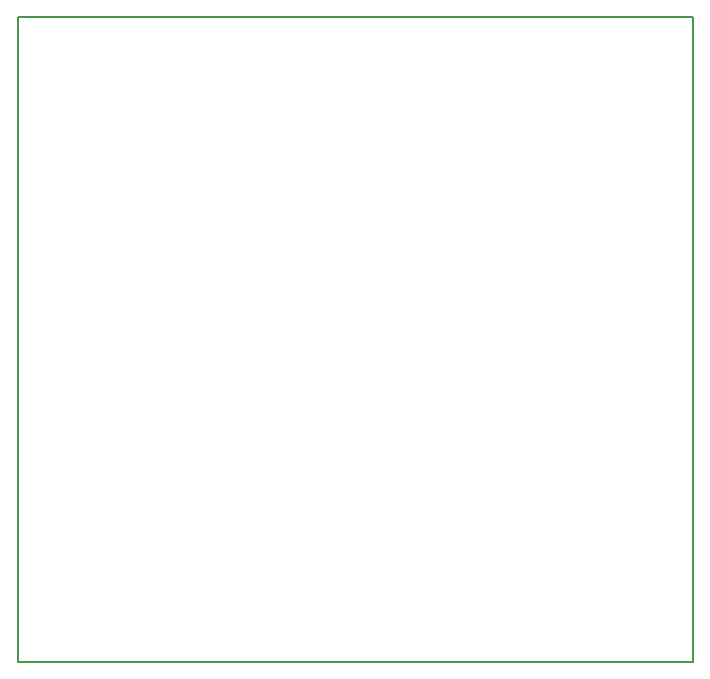
<source format=gbr>
%FSLAX23Y23*%
%MOIN*%
G04 EasyPC Gerber Version 18.0.1 Build 3581 *
%ADD71C,0.00500*%
X0Y0D02*
D02*
D71*
X1380Y3D02*
X3630D01*
Y2153*
X1380*
Y3*
X0Y0D02*
M02*

</source>
